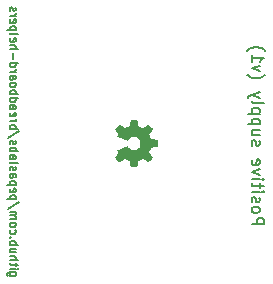
<source format=gbo>
G04 (created by PCBNEW (22-Jun-2014 BZR 4027)-stable) date Sun 09 Jul 2017 03:17:53 PM CDT*
%MOIN*%
G04 Gerber Fmt 3.4, Leading zero omitted, Abs format*
%FSLAX34Y34*%
G01*
G70*
G90*
G04 APERTURE LIST*
%ADD10C,0.00590551*%
%ADD11C,0.008*%
%ADD12C,0.0055*%
%ADD13C,0.0001*%
G04 APERTURE END LIST*
G54D10*
G54D11*
X105338Y-48452D02*
X105738Y-48452D01*
X105738Y-48299D01*
X105719Y-48261D01*
X105700Y-48242D01*
X105661Y-48223D01*
X105604Y-48223D01*
X105566Y-48242D01*
X105547Y-48261D01*
X105528Y-48299D01*
X105528Y-48452D01*
X105338Y-47995D02*
X105357Y-48033D01*
X105376Y-48052D01*
X105414Y-48071D01*
X105528Y-48071D01*
X105566Y-48052D01*
X105585Y-48033D01*
X105604Y-47995D01*
X105604Y-47938D01*
X105585Y-47899D01*
X105566Y-47880D01*
X105528Y-47861D01*
X105414Y-47861D01*
X105376Y-47880D01*
X105357Y-47899D01*
X105338Y-47938D01*
X105338Y-47995D01*
X105357Y-47709D02*
X105338Y-47671D01*
X105338Y-47595D01*
X105357Y-47557D01*
X105395Y-47538D01*
X105414Y-47538D01*
X105452Y-47557D01*
X105471Y-47595D01*
X105471Y-47652D01*
X105490Y-47690D01*
X105528Y-47709D01*
X105547Y-47709D01*
X105585Y-47690D01*
X105604Y-47652D01*
X105604Y-47595D01*
X105585Y-47557D01*
X105338Y-47366D02*
X105604Y-47366D01*
X105738Y-47366D02*
X105719Y-47385D01*
X105700Y-47366D01*
X105719Y-47347D01*
X105738Y-47366D01*
X105700Y-47366D01*
X105604Y-47233D02*
X105604Y-47080D01*
X105738Y-47176D02*
X105395Y-47176D01*
X105357Y-47157D01*
X105338Y-47119D01*
X105338Y-47080D01*
X105338Y-46947D02*
X105604Y-46947D01*
X105738Y-46947D02*
X105719Y-46966D01*
X105700Y-46947D01*
X105719Y-46928D01*
X105738Y-46947D01*
X105700Y-46947D01*
X105604Y-46795D02*
X105338Y-46699D01*
X105604Y-46604D01*
X105357Y-46299D02*
X105338Y-46338D01*
X105338Y-46414D01*
X105357Y-46452D01*
X105395Y-46471D01*
X105547Y-46471D01*
X105585Y-46452D01*
X105604Y-46414D01*
X105604Y-46338D01*
X105585Y-46299D01*
X105547Y-46280D01*
X105509Y-46280D01*
X105471Y-46471D01*
X105357Y-45823D02*
X105338Y-45785D01*
X105338Y-45709D01*
X105357Y-45671D01*
X105395Y-45652D01*
X105414Y-45652D01*
X105452Y-45671D01*
X105471Y-45709D01*
X105471Y-45766D01*
X105490Y-45804D01*
X105528Y-45823D01*
X105547Y-45823D01*
X105585Y-45804D01*
X105604Y-45766D01*
X105604Y-45709D01*
X105585Y-45671D01*
X105604Y-45309D02*
X105338Y-45309D01*
X105604Y-45480D02*
X105395Y-45480D01*
X105357Y-45461D01*
X105338Y-45423D01*
X105338Y-45366D01*
X105357Y-45328D01*
X105376Y-45309D01*
X105604Y-45119D02*
X105204Y-45119D01*
X105585Y-45119D02*
X105604Y-45080D01*
X105604Y-45004D01*
X105585Y-44966D01*
X105566Y-44947D01*
X105528Y-44928D01*
X105414Y-44928D01*
X105376Y-44947D01*
X105357Y-44966D01*
X105338Y-45004D01*
X105338Y-45080D01*
X105357Y-45119D01*
X105604Y-44757D02*
X105204Y-44757D01*
X105585Y-44757D02*
X105604Y-44719D01*
X105604Y-44642D01*
X105585Y-44604D01*
X105566Y-44585D01*
X105528Y-44566D01*
X105414Y-44566D01*
X105376Y-44585D01*
X105357Y-44604D01*
X105338Y-44642D01*
X105338Y-44719D01*
X105357Y-44757D01*
X105338Y-44338D02*
X105357Y-44376D01*
X105395Y-44395D01*
X105738Y-44395D01*
X105604Y-44223D02*
X105338Y-44128D01*
X105604Y-44033D02*
X105338Y-44128D01*
X105242Y-44166D01*
X105223Y-44185D01*
X105204Y-44223D01*
X105185Y-43461D02*
X105204Y-43480D01*
X105261Y-43519D01*
X105300Y-43538D01*
X105357Y-43557D01*
X105452Y-43576D01*
X105528Y-43576D01*
X105623Y-43557D01*
X105680Y-43538D01*
X105719Y-43519D01*
X105776Y-43480D01*
X105795Y-43461D01*
X105604Y-43347D02*
X105338Y-43252D01*
X105604Y-43157D01*
X105338Y-42795D02*
X105338Y-43023D01*
X105338Y-42909D02*
X105738Y-42909D01*
X105680Y-42947D01*
X105642Y-42985D01*
X105623Y-43023D01*
X105185Y-42661D02*
X105204Y-42642D01*
X105261Y-42604D01*
X105300Y-42585D01*
X105357Y-42566D01*
X105452Y-42547D01*
X105528Y-42547D01*
X105623Y-42566D01*
X105680Y-42585D01*
X105719Y-42604D01*
X105776Y-42642D01*
X105795Y-42661D01*
G54D12*
X97472Y-50054D02*
X97249Y-50054D01*
X97223Y-50067D01*
X97210Y-50080D01*
X97197Y-50106D01*
X97197Y-50145D01*
X97210Y-50172D01*
X97301Y-50054D02*
X97288Y-50080D01*
X97288Y-50132D01*
X97301Y-50158D01*
X97314Y-50172D01*
X97341Y-50185D01*
X97419Y-50185D01*
X97445Y-50172D01*
X97458Y-50158D01*
X97472Y-50132D01*
X97472Y-50080D01*
X97458Y-50054D01*
X97288Y-49923D02*
X97472Y-49923D01*
X97563Y-49923D02*
X97550Y-49936D01*
X97537Y-49923D01*
X97550Y-49910D01*
X97563Y-49923D01*
X97537Y-49923D01*
X97472Y-49831D02*
X97472Y-49726D01*
X97563Y-49792D02*
X97327Y-49792D01*
X97301Y-49779D01*
X97288Y-49752D01*
X97288Y-49726D01*
X97288Y-49635D02*
X97563Y-49635D01*
X97288Y-49517D02*
X97432Y-49517D01*
X97458Y-49530D01*
X97472Y-49556D01*
X97472Y-49595D01*
X97458Y-49622D01*
X97445Y-49635D01*
X97472Y-49268D02*
X97288Y-49268D01*
X97472Y-49386D02*
X97327Y-49386D01*
X97301Y-49373D01*
X97288Y-49347D01*
X97288Y-49307D01*
X97301Y-49281D01*
X97314Y-49268D01*
X97288Y-49137D02*
X97563Y-49137D01*
X97458Y-49137D02*
X97472Y-49111D01*
X97472Y-49058D01*
X97458Y-49032D01*
X97445Y-49019D01*
X97419Y-49006D01*
X97341Y-49006D01*
X97314Y-49019D01*
X97301Y-49032D01*
X97288Y-49058D01*
X97288Y-49111D01*
X97301Y-49137D01*
X97314Y-48888D02*
X97301Y-48875D01*
X97288Y-48888D01*
X97301Y-48901D01*
X97314Y-48888D01*
X97288Y-48888D01*
X97301Y-48639D02*
X97288Y-48666D01*
X97288Y-48718D01*
X97301Y-48744D01*
X97314Y-48757D01*
X97341Y-48770D01*
X97419Y-48770D01*
X97445Y-48757D01*
X97458Y-48744D01*
X97472Y-48718D01*
X97472Y-48666D01*
X97458Y-48639D01*
X97288Y-48482D02*
X97301Y-48508D01*
X97314Y-48522D01*
X97341Y-48535D01*
X97419Y-48535D01*
X97445Y-48522D01*
X97458Y-48508D01*
X97472Y-48482D01*
X97472Y-48443D01*
X97458Y-48417D01*
X97445Y-48404D01*
X97419Y-48391D01*
X97341Y-48391D01*
X97314Y-48404D01*
X97301Y-48417D01*
X97288Y-48443D01*
X97288Y-48482D01*
X97288Y-48273D02*
X97472Y-48273D01*
X97445Y-48273D02*
X97458Y-48260D01*
X97472Y-48233D01*
X97472Y-48194D01*
X97458Y-48168D01*
X97432Y-48155D01*
X97288Y-48155D01*
X97432Y-48155D02*
X97458Y-48142D01*
X97472Y-48116D01*
X97472Y-48076D01*
X97458Y-48050D01*
X97432Y-48037D01*
X97288Y-48037D01*
X97576Y-47710D02*
X97223Y-47945D01*
X97472Y-47618D02*
X97197Y-47618D01*
X97458Y-47618D02*
X97472Y-47592D01*
X97472Y-47539D01*
X97458Y-47513D01*
X97445Y-47500D01*
X97419Y-47487D01*
X97341Y-47487D01*
X97314Y-47500D01*
X97301Y-47513D01*
X97288Y-47539D01*
X97288Y-47592D01*
X97301Y-47618D01*
X97301Y-47264D02*
X97288Y-47291D01*
X97288Y-47343D01*
X97301Y-47369D01*
X97327Y-47382D01*
X97432Y-47382D01*
X97458Y-47369D01*
X97472Y-47343D01*
X97472Y-47291D01*
X97458Y-47264D01*
X97432Y-47251D01*
X97406Y-47251D01*
X97380Y-47382D01*
X97472Y-47133D02*
X97197Y-47133D01*
X97458Y-47133D02*
X97472Y-47107D01*
X97472Y-47055D01*
X97458Y-47029D01*
X97445Y-47016D01*
X97419Y-47002D01*
X97341Y-47002D01*
X97314Y-47016D01*
X97301Y-47029D01*
X97288Y-47055D01*
X97288Y-47107D01*
X97301Y-47133D01*
X97288Y-46767D02*
X97432Y-46767D01*
X97458Y-46780D01*
X97472Y-46806D01*
X97472Y-46858D01*
X97458Y-46885D01*
X97301Y-46767D02*
X97288Y-46793D01*
X97288Y-46858D01*
X97301Y-46885D01*
X97327Y-46898D01*
X97354Y-46898D01*
X97380Y-46885D01*
X97393Y-46858D01*
X97393Y-46793D01*
X97406Y-46767D01*
X97301Y-46649D02*
X97288Y-46623D01*
X97288Y-46570D01*
X97301Y-46544D01*
X97327Y-46531D01*
X97341Y-46531D01*
X97367Y-46544D01*
X97380Y-46570D01*
X97380Y-46610D01*
X97393Y-46636D01*
X97419Y-46649D01*
X97432Y-46649D01*
X97458Y-46636D01*
X97472Y-46610D01*
X97472Y-46570D01*
X97458Y-46544D01*
X97288Y-46374D02*
X97301Y-46400D01*
X97327Y-46413D01*
X97563Y-46413D01*
X97288Y-46151D02*
X97432Y-46151D01*
X97458Y-46164D01*
X97472Y-46191D01*
X97472Y-46243D01*
X97458Y-46269D01*
X97301Y-46151D02*
X97288Y-46177D01*
X97288Y-46243D01*
X97301Y-46269D01*
X97327Y-46282D01*
X97354Y-46282D01*
X97380Y-46269D01*
X97393Y-46243D01*
X97393Y-46177D01*
X97406Y-46151D01*
X97288Y-46020D02*
X97563Y-46020D01*
X97458Y-46020D02*
X97472Y-45994D01*
X97472Y-45942D01*
X97458Y-45916D01*
X97445Y-45902D01*
X97419Y-45889D01*
X97341Y-45889D01*
X97314Y-45902D01*
X97301Y-45916D01*
X97288Y-45942D01*
X97288Y-45994D01*
X97301Y-46020D01*
X97301Y-45785D02*
X97288Y-45758D01*
X97288Y-45706D01*
X97301Y-45680D01*
X97327Y-45667D01*
X97341Y-45667D01*
X97367Y-45680D01*
X97380Y-45706D01*
X97380Y-45745D01*
X97393Y-45772D01*
X97419Y-45785D01*
X97432Y-45785D01*
X97458Y-45772D01*
X97472Y-45745D01*
X97472Y-45706D01*
X97458Y-45680D01*
X97576Y-45352D02*
X97223Y-45588D01*
X97288Y-45261D02*
X97563Y-45261D01*
X97458Y-45261D02*
X97472Y-45235D01*
X97472Y-45182D01*
X97458Y-45156D01*
X97445Y-45143D01*
X97419Y-45130D01*
X97341Y-45130D01*
X97314Y-45143D01*
X97301Y-45156D01*
X97288Y-45182D01*
X97288Y-45235D01*
X97301Y-45261D01*
X97288Y-45012D02*
X97472Y-45012D01*
X97419Y-45012D02*
X97445Y-44999D01*
X97458Y-44986D01*
X97472Y-44960D01*
X97472Y-44933D01*
X97301Y-44737D02*
X97288Y-44763D01*
X97288Y-44816D01*
X97301Y-44842D01*
X97327Y-44855D01*
X97432Y-44855D01*
X97458Y-44842D01*
X97472Y-44816D01*
X97472Y-44763D01*
X97458Y-44737D01*
X97432Y-44724D01*
X97406Y-44724D01*
X97380Y-44855D01*
X97288Y-44488D02*
X97432Y-44488D01*
X97458Y-44501D01*
X97472Y-44527D01*
X97472Y-44580D01*
X97458Y-44606D01*
X97301Y-44488D02*
X97288Y-44514D01*
X97288Y-44580D01*
X97301Y-44606D01*
X97327Y-44619D01*
X97354Y-44619D01*
X97380Y-44606D01*
X97393Y-44580D01*
X97393Y-44514D01*
X97406Y-44488D01*
X97288Y-44239D02*
X97563Y-44239D01*
X97301Y-44239D02*
X97288Y-44266D01*
X97288Y-44318D01*
X97301Y-44344D01*
X97314Y-44357D01*
X97341Y-44370D01*
X97419Y-44370D01*
X97445Y-44357D01*
X97458Y-44344D01*
X97472Y-44318D01*
X97472Y-44266D01*
X97458Y-44239D01*
X97288Y-44108D02*
X97563Y-44108D01*
X97458Y-44108D02*
X97472Y-44082D01*
X97472Y-44030D01*
X97458Y-44004D01*
X97445Y-43991D01*
X97419Y-43977D01*
X97341Y-43977D01*
X97314Y-43991D01*
X97301Y-44004D01*
X97288Y-44030D01*
X97288Y-44082D01*
X97301Y-44108D01*
X97288Y-43820D02*
X97301Y-43847D01*
X97314Y-43860D01*
X97341Y-43873D01*
X97419Y-43873D01*
X97445Y-43860D01*
X97458Y-43847D01*
X97472Y-43820D01*
X97472Y-43781D01*
X97458Y-43755D01*
X97445Y-43742D01*
X97419Y-43729D01*
X97341Y-43729D01*
X97314Y-43742D01*
X97301Y-43755D01*
X97288Y-43781D01*
X97288Y-43820D01*
X97288Y-43493D02*
X97432Y-43493D01*
X97458Y-43506D01*
X97472Y-43532D01*
X97472Y-43585D01*
X97458Y-43611D01*
X97301Y-43493D02*
X97288Y-43519D01*
X97288Y-43585D01*
X97301Y-43611D01*
X97327Y-43624D01*
X97354Y-43624D01*
X97380Y-43611D01*
X97393Y-43585D01*
X97393Y-43519D01*
X97406Y-43493D01*
X97288Y-43362D02*
X97472Y-43362D01*
X97419Y-43362D02*
X97445Y-43349D01*
X97458Y-43336D01*
X97472Y-43310D01*
X97472Y-43283D01*
X97288Y-43074D02*
X97563Y-43074D01*
X97301Y-43074D02*
X97288Y-43100D01*
X97288Y-43152D01*
X97301Y-43179D01*
X97314Y-43192D01*
X97341Y-43205D01*
X97419Y-43205D01*
X97445Y-43192D01*
X97458Y-43179D01*
X97472Y-43152D01*
X97472Y-43100D01*
X97458Y-43074D01*
X97393Y-42943D02*
X97393Y-42733D01*
X97288Y-42602D02*
X97563Y-42602D01*
X97288Y-42485D02*
X97432Y-42485D01*
X97458Y-42498D01*
X97472Y-42524D01*
X97472Y-42563D01*
X97458Y-42589D01*
X97445Y-42602D01*
X97301Y-42249D02*
X97288Y-42275D01*
X97288Y-42327D01*
X97301Y-42354D01*
X97327Y-42367D01*
X97432Y-42367D01*
X97458Y-42354D01*
X97472Y-42327D01*
X97472Y-42275D01*
X97458Y-42249D01*
X97432Y-42236D01*
X97406Y-42236D01*
X97380Y-42367D01*
X97288Y-42079D02*
X97301Y-42105D01*
X97327Y-42118D01*
X97563Y-42118D01*
X97472Y-41974D02*
X97197Y-41974D01*
X97458Y-41974D02*
X97472Y-41948D01*
X97472Y-41895D01*
X97458Y-41869D01*
X97445Y-41856D01*
X97419Y-41843D01*
X97341Y-41843D01*
X97314Y-41856D01*
X97301Y-41869D01*
X97288Y-41895D01*
X97288Y-41948D01*
X97301Y-41974D01*
X97301Y-41620D02*
X97288Y-41647D01*
X97288Y-41699D01*
X97301Y-41725D01*
X97327Y-41738D01*
X97432Y-41738D01*
X97458Y-41725D01*
X97472Y-41699D01*
X97472Y-41647D01*
X97458Y-41620D01*
X97432Y-41607D01*
X97406Y-41607D01*
X97380Y-41738D01*
X97288Y-41489D02*
X97472Y-41489D01*
X97419Y-41489D02*
X97445Y-41476D01*
X97458Y-41463D01*
X97472Y-41437D01*
X97472Y-41411D01*
X97301Y-41332D02*
X97288Y-41306D01*
X97288Y-41254D01*
X97301Y-41227D01*
X97327Y-41214D01*
X97341Y-41214D01*
X97367Y-41227D01*
X97380Y-41254D01*
X97380Y-41293D01*
X97393Y-41319D01*
X97419Y-41332D01*
X97432Y-41332D01*
X97458Y-41319D01*
X97472Y-41293D01*
X97472Y-41254D01*
X97458Y-41227D01*
G54D13*
G36*
X100793Y-46227D02*
X100797Y-46219D01*
X100809Y-46200D01*
X100826Y-46174D01*
X100847Y-46143D01*
X100868Y-46112D01*
X100885Y-46086D01*
X100897Y-46068D01*
X100901Y-46061D01*
X100900Y-46057D01*
X100892Y-46042D01*
X100881Y-46020D01*
X100875Y-46008D01*
X100866Y-45988D01*
X100864Y-45978D01*
X100867Y-45977D01*
X100882Y-45969D01*
X100908Y-45958D01*
X100942Y-45943D01*
X100982Y-45926D01*
X101025Y-45908D01*
X101069Y-45890D01*
X101111Y-45872D01*
X101149Y-45857D01*
X101179Y-45844D01*
X101201Y-45836D01*
X101210Y-45833D01*
X101212Y-45834D01*
X101221Y-45844D01*
X101234Y-45861D01*
X101265Y-45899D01*
X101311Y-45935D01*
X101363Y-45958D01*
X101421Y-45965D01*
X101474Y-45959D01*
X101525Y-45938D01*
X101572Y-45902D01*
X101606Y-45858D01*
X101628Y-45807D01*
X101635Y-45750D01*
X101629Y-45695D01*
X101608Y-45643D01*
X101573Y-45596D01*
X101550Y-45577D01*
X101503Y-45550D01*
X101453Y-45534D01*
X101441Y-45533D01*
X101385Y-45535D01*
X101332Y-45551D01*
X101285Y-45580D01*
X101246Y-45621D01*
X101242Y-45626D01*
X101228Y-45645D01*
X101219Y-45657D01*
X101211Y-45667D01*
X101041Y-45597D01*
X101014Y-45586D01*
X100968Y-45566D01*
X100928Y-45549D01*
X100896Y-45536D01*
X100875Y-45526D01*
X100866Y-45522D01*
X100866Y-45522D01*
X100865Y-45516D01*
X100870Y-45503D01*
X100881Y-45479D01*
X100889Y-45463D01*
X100898Y-45445D01*
X100901Y-45437D01*
X100897Y-45430D01*
X100886Y-45413D01*
X100869Y-45388D01*
X100849Y-45358D01*
X100829Y-45329D01*
X100811Y-45302D01*
X100799Y-45283D01*
X100794Y-45273D01*
X100794Y-45272D01*
X100799Y-45264D01*
X100811Y-45248D01*
X100833Y-45225D01*
X100865Y-45193D01*
X100870Y-45188D01*
X100898Y-45161D01*
X100921Y-45139D01*
X100937Y-45124D01*
X100944Y-45119D01*
X100944Y-45119D01*
X100954Y-45124D01*
X100973Y-45136D01*
X101000Y-45154D01*
X101031Y-45175D01*
X101113Y-45231D01*
X101190Y-45200D01*
X101213Y-45191D01*
X101242Y-45179D01*
X101262Y-45170D01*
X101271Y-45165D01*
X101274Y-45157D01*
X101279Y-45136D01*
X101286Y-45105D01*
X101292Y-45069D01*
X101299Y-45034D01*
X101305Y-45003D01*
X101309Y-44980D01*
X101311Y-44970D01*
X101313Y-44968D01*
X101318Y-44966D01*
X101328Y-44964D01*
X101347Y-44964D01*
X101377Y-44963D01*
X101421Y-44963D01*
X101425Y-44963D01*
X101467Y-44964D01*
X101500Y-44964D01*
X101521Y-44965D01*
X101529Y-44967D01*
X101529Y-44967D01*
X101532Y-44977D01*
X101536Y-44999D01*
X101543Y-45030D01*
X101550Y-45068D01*
X101550Y-45070D01*
X101557Y-45107D01*
X101564Y-45138D01*
X101569Y-45160D01*
X101572Y-45169D01*
X101574Y-45171D01*
X101589Y-45179D01*
X101612Y-45190D01*
X101640Y-45202D01*
X101669Y-45214D01*
X101696Y-45225D01*
X101715Y-45232D01*
X101724Y-45234D01*
X101724Y-45234D01*
X101733Y-45228D01*
X101753Y-45215D01*
X101779Y-45197D01*
X101811Y-45175D01*
X101814Y-45174D01*
X101845Y-45152D01*
X101872Y-45135D01*
X101891Y-45123D01*
X101899Y-45119D01*
X101900Y-45119D01*
X101909Y-45126D01*
X101927Y-45142D01*
X101951Y-45165D01*
X101979Y-45193D01*
X101987Y-45202D01*
X102017Y-45232D01*
X102037Y-45253D01*
X102047Y-45267D01*
X102050Y-45273D01*
X102049Y-45273D01*
X102044Y-45283D01*
X102031Y-45303D01*
X102012Y-45330D01*
X101991Y-45362D01*
X101989Y-45364D01*
X101968Y-45395D01*
X101950Y-45421D01*
X101938Y-45440D01*
X101933Y-45448D01*
X101933Y-45450D01*
X101937Y-45462D01*
X101944Y-45485D01*
X101955Y-45512D01*
X101967Y-45541D01*
X101978Y-45568D01*
X101987Y-45588D01*
X101992Y-45597D01*
X101993Y-45597D01*
X102004Y-45601D01*
X102028Y-45606D01*
X102060Y-45613D01*
X102099Y-45620D01*
X102105Y-45621D01*
X102142Y-45628D01*
X102173Y-45634D01*
X102195Y-45639D01*
X102204Y-45641D01*
X102205Y-45646D01*
X102206Y-45665D01*
X102207Y-45693D01*
X102207Y-45727D01*
X102207Y-45762D01*
X102206Y-45796D01*
X102205Y-45826D01*
X102204Y-45847D01*
X102202Y-45856D01*
X102201Y-45857D01*
X102190Y-45860D01*
X102166Y-45865D01*
X102134Y-45872D01*
X102095Y-45879D01*
X102088Y-45880D01*
X102051Y-45887D01*
X102020Y-45894D01*
X101999Y-45898D01*
X101991Y-45901D01*
X101989Y-45904D01*
X101982Y-45919D01*
X101972Y-45944D01*
X101959Y-45976D01*
X101930Y-46048D01*
X101991Y-46136D01*
X101996Y-46144D01*
X102018Y-46176D01*
X102035Y-46202D01*
X102047Y-46220D01*
X102051Y-46228D01*
X102051Y-46228D01*
X102043Y-46237D01*
X102027Y-46255D01*
X102003Y-46279D01*
X101976Y-46306D01*
X101955Y-46327D01*
X101930Y-46351D01*
X101914Y-46367D01*
X101903Y-46375D01*
X101896Y-46378D01*
X101892Y-46377D01*
X101883Y-46372D01*
X101864Y-46359D01*
X101837Y-46341D01*
X101806Y-46319D01*
X101779Y-46301D01*
X101750Y-46282D01*
X101729Y-46270D01*
X101718Y-46265D01*
X101714Y-46266D01*
X101697Y-46273D01*
X101670Y-46283D01*
X101639Y-46296D01*
X101569Y-46327D01*
X101561Y-46373D01*
X101555Y-46401D01*
X101548Y-46440D01*
X101541Y-46477D01*
X101529Y-46535D01*
X101317Y-46537D01*
X101313Y-46528D01*
X101310Y-46519D01*
X101306Y-46498D01*
X101300Y-46467D01*
X101293Y-46431D01*
X101287Y-46400D01*
X101281Y-46369D01*
X101277Y-46347D01*
X101275Y-46337D01*
X101271Y-46334D01*
X101256Y-46326D01*
X101232Y-46315D01*
X101203Y-46303D01*
X101174Y-46291D01*
X101146Y-46280D01*
X101125Y-46272D01*
X101114Y-46269D01*
X101106Y-46273D01*
X101088Y-46285D01*
X101062Y-46302D01*
X101031Y-46323D01*
X101000Y-46345D01*
X100973Y-46362D01*
X100954Y-46375D01*
X100946Y-46380D01*
X100940Y-46377D01*
X100925Y-46365D01*
X100901Y-46342D01*
X100866Y-46307D01*
X100861Y-46301D01*
X100834Y-46274D01*
X100813Y-46250D01*
X100798Y-46234D01*
X100793Y-46227D01*
X100793Y-46227D01*
G37*
M02*

</source>
